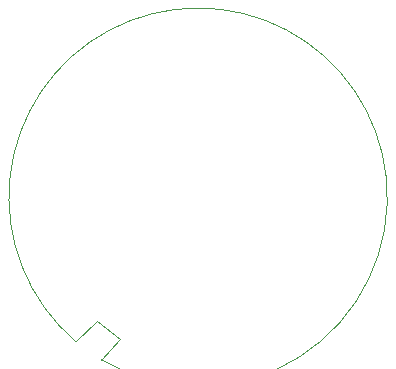
<source format=gbr>
%TF.GenerationSoftware,KiCad,Pcbnew,8.0.3*%
%TF.CreationDate,2025-07-02T10:16:16+03:00*%
%TF.ProjectId,LeafSensorPico,4c656166-5365-46e7-936f-725069636f2e,rev?*%
%TF.SameCoordinates,Original*%
%TF.FileFunction,Profile,NP*%
%FSLAX46Y46*%
G04 Gerber Fmt 4.6, Leading zero omitted, Abs format (unit mm)*
G04 Created by KiCad (PCBNEW 8.0.3) date 2025-07-02 10:16:16*
%MOMM*%
%LPD*%
G01*
G04 APERTURE LIST*
%TA.AperFunction,Profile*%
%ADD10C,0.100000*%
%TD*%
G04 APERTURE END LIST*
D10*
X136027192Y-105697751D02*
X137668000Y-103987600D01*
X133868071Y-104150478D02*
X135711824Y-102462114D01*
X133868071Y-104150478D02*
G75*
G02*
X160172400Y-90220800I10378529J12202478D01*
G01*
X160172400Y-90220800D02*
G75*
G02*
X136027192Y-105697751I-15925800J-1727200D01*
G01*
X135711824Y-102462114D02*
X137668000Y-103987600D01*
M02*

</source>
